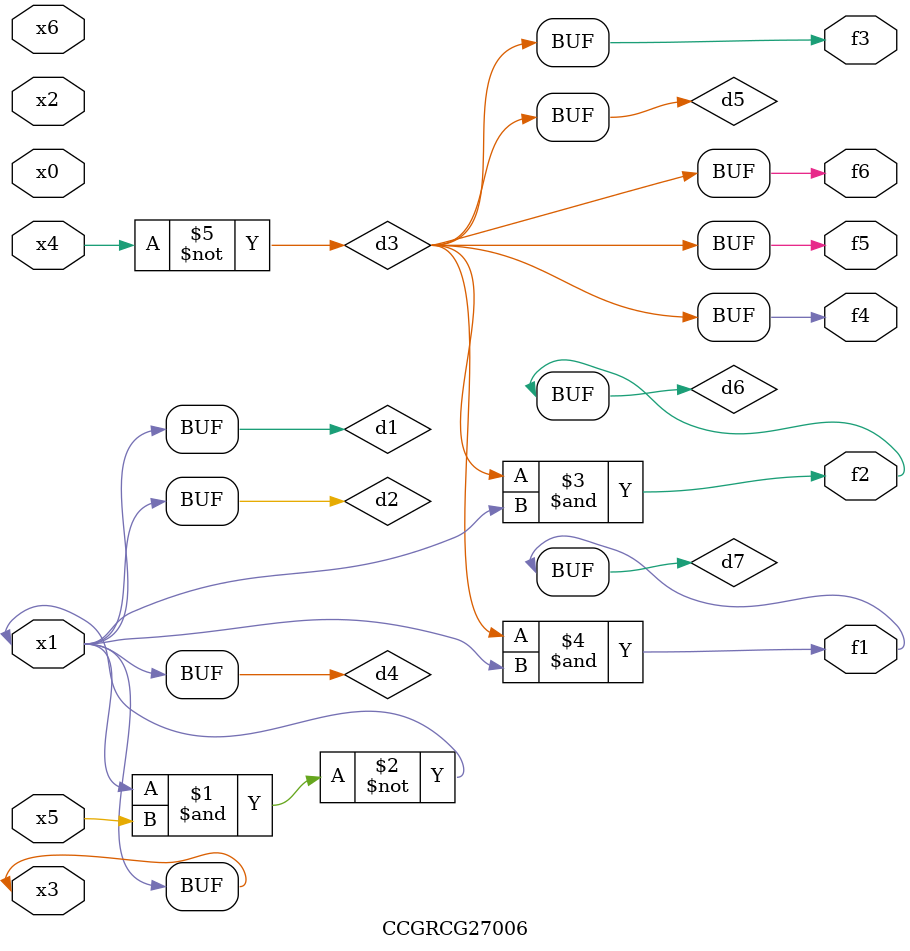
<source format=v>
module CCGRCG27006(
	input x0, x1, x2, x3, x4, x5, x6,
	output f1, f2, f3, f4, f5, f6
);

	wire d1, d2, d3, d4, d5, d6, d7;

	buf (d1, x1, x3);
	nand (d2, x1, x5);
	not (d3, x4);
	buf (d4, d1, d2);
	buf (d5, d3);
	and (d6, d3, d4);
	and (d7, d3, d4);
	assign f1 = d7;
	assign f2 = d6;
	assign f3 = d5;
	assign f4 = d5;
	assign f5 = d5;
	assign f6 = d5;
endmodule

</source>
